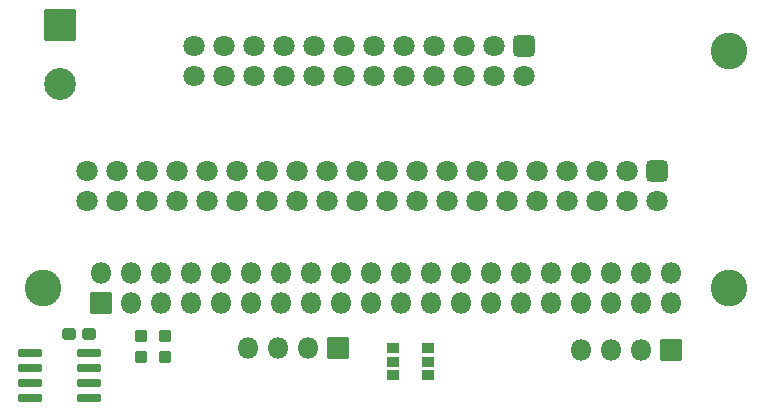
<source format=gbr>
%TF.GenerationSoftware,KiCad,Pcbnew,(6.0.7)*%
%TF.CreationDate,2022-09-08T00:59:07-04:00*%
%TF.ProjectId,Pi_Adapter,50695f41-6461-4707-9465-722e6b696361,v1*%
%TF.SameCoordinates,Original*%
%TF.FileFunction,Soldermask,Top*%
%TF.FilePolarity,Negative*%
%FSLAX46Y46*%
G04 Gerber Fmt 4.6, Leading zero omitted, Abs format (unit mm)*
G04 Created by KiCad (PCBNEW (6.0.7)) date 2022-09-08 00:59:07*
%MOMM*%
%LPD*%
G01*
G04 APERTURE LIST*
G04 Aperture macros list*
%AMRoundRect*
0 Rectangle with rounded corners*
0 $1 Rounding radius*
0 $2 $3 $4 $5 $6 $7 $8 $9 X,Y pos of 4 corners*
0 Add a 4 corners polygon primitive as box body*
4,1,4,$2,$3,$4,$5,$6,$7,$8,$9,$2,$3,0*
0 Add four circle primitives for the rounded corners*
1,1,$1+$1,$2,$3*
1,1,$1+$1,$4,$5*
1,1,$1+$1,$6,$7*
1,1,$1+$1,$8,$9*
0 Add four rect primitives between the rounded corners*
20,1,$1+$1,$2,$3,$4,$5,0*
20,1,$1+$1,$4,$5,$6,$7,0*
20,1,$1+$1,$6,$7,$8,$9,0*
20,1,$1+$1,$8,$9,$2,$3,0*%
G04 Aperture macros list end*
%ADD10RoundRect,0.050000X-0.500000X0.350000X-0.500000X-0.350000X0.500000X-0.350000X0.500000X0.350000X0*%
%ADD11C,3.100000*%
%ADD12RoundRect,0.050000X-1.300000X1.300000X-1.300000X-1.300000X1.300000X-1.300000X1.300000X1.300000X0*%
%ADD13C,2.700000*%
%ADD14RoundRect,0.050000X-0.850000X0.850000X-0.850000X-0.850000X0.850000X-0.850000X0.850000X0.850000X0*%
%ADD15O,1.800000X1.800000*%
%ADD16RoundRect,0.200000X-0.825000X-0.150000X0.825000X-0.150000X0.825000X0.150000X-0.825000X0.150000X0*%
%ADD17RoundRect,0.287500X-0.237500X0.250000X-0.237500X-0.250000X0.237500X-0.250000X0.237500X0.250000X0*%
%ADD18RoundRect,0.287500X0.300000X0.237500X-0.300000X0.237500X-0.300000X-0.237500X0.300000X-0.237500X0*%
%ADD19RoundRect,0.300000X-0.600000X0.600000X-0.600000X-0.600000X0.600000X-0.600000X0.600000X0.600000X0*%
%ADD20C,1.800000*%
G04 APERTURE END LIST*
D10*
%TO.C,JP2*%
X114600000Y-71743000D03*
X114600000Y-70600000D03*
X114600000Y-69457000D03*
%TD*%
%TO.C,JP1*%
X111600000Y-71743000D03*
X111600000Y-70600000D03*
X111600000Y-69457000D03*
%TD*%
D11*
%TO.C,H3*%
X140040000Y-44310000D03*
%TD*%
D12*
%TO.C,J2*%
X83395000Y-42100000D03*
D13*
X83395000Y-47100000D03*
%TD*%
D14*
%TO.C,J6*%
X135200000Y-69625000D03*
D15*
X132660000Y-69625000D03*
X130120000Y-69625000D03*
X127580000Y-69625000D03*
%TD*%
D16*
%TO.C,U1*%
X80925000Y-69845000D03*
X80925000Y-71115000D03*
X80925000Y-72385000D03*
X80925000Y-73655000D03*
X85875000Y-73655000D03*
X85875000Y-72385000D03*
X85875000Y-71115000D03*
X85875000Y-69845000D03*
%TD*%
D17*
%TO.C,R2*%
X92300000Y-70200000D03*
X92300000Y-68375000D03*
%TD*%
%TO.C,R1*%
X90300000Y-68387500D03*
X90300000Y-70212500D03*
%TD*%
D18*
%TO.C,C1*%
X85912500Y-68250000D03*
X84187500Y-68250000D03*
%TD*%
D19*
%TO.C,J5*%
X122700000Y-43850000D03*
D20*
X122700000Y-46390000D03*
X120160000Y-43850000D03*
X120160000Y-46390000D03*
X117620000Y-43850000D03*
X117620000Y-46390000D03*
X115080000Y-43850000D03*
X115080000Y-46390000D03*
X112540000Y-43850000D03*
X112540000Y-46390000D03*
X110000000Y-43850000D03*
X110000000Y-46390000D03*
X107460000Y-43850000D03*
X107460000Y-46390000D03*
X104920000Y-43850000D03*
X104920000Y-46390000D03*
X102380000Y-43850000D03*
X102380000Y-46390000D03*
X99840000Y-43850000D03*
X99840000Y-46390000D03*
X97300000Y-43850000D03*
X97300000Y-46390000D03*
X94760000Y-43850000D03*
X94760000Y-46390000D03*
%TD*%
D19*
%TO.C,J4*%
X134000000Y-54400000D03*
D20*
X134000000Y-56940000D03*
X131460000Y-54400000D03*
X131460000Y-56940000D03*
X128920000Y-54400000D03*
X128920000Y-56940000D03*
X126380000Y-54400000D03*
X126380000Y-56940000D03*
X123840000Y-54400000D03*
X123840000Y-56940000D03*
X121300000Y-54400000D03*
X121300000Y-56940000D03*
X118760000Y-54400000D03*
X118760000Y-56940000D03*
X116220000Y-54400000D03*
X116220000Y-56940000D03*
X113680000Y-54400000D03*
X113680000Y-56940000D03*
X111140000Y-54400000D03*
X111140000Y-56940000D03*
X108600000Y-54400000D03*
X108600000Y-56940000D03*
X106060000Y-54400000D03*
X106060000Y-56940000D03*
X103520000Y-54400000D03*
X103520000Y-56940000D03*
X100980000Y-54400000D03*
X100980000Y-56940000D03*
X98440000Y-54400000D03*
X98440000Y-56940000D03*
X95900000Y-54400000D03*
X95900000Y-56940000D03*
X93360000Y-54400000D03*
X93360000Y-56940000D03*
X90820000Y-54400000D03*
X90820000Y-56940000D03*
X88280000Y-54400000D03*
X88280000Y-56940000D03*
X85740000Y-54400000D03*
X85740000Y-56940000D03*
%TD*%
D15*
%TO.C,J3*%
X99380000Y-69400000D03*
X101920000Y-69400000D03*
X104460000Y-69400000D03*
D14*
X107000000Y-69400000D03*
%TD*%
D11*
%TO.C,H2*%
X140040000Y-64310000D03*
%TD*%
%TO.C,H1*%
X82040000Y-64310000D03*
%TD*%
D15*
%TO.C,J1*%
X135180000Y-63050000D03*
X135180000Y-65590000D03*
X132640000Y-63050000D03*
X132640000Y-65590000D03*
X130100000Y-63050000D03*
X130100000Y-65590000D03*
X127560000Y-63050000D03*
X127560000Y-65590000D03*
X125020000Y-63050000D03*
X125020000Y-65590000D03*
X122480000Y-63050000D03*
X122480000Y-65590000D03*
X119940000Y-63050000D03*
X119940000Y-65590000D03*
X117400000Y-63050000D03*
X117400000Y-65590000D03*
X114860000Y-63050000D03*
X114860000Y-65590000D03*
X112320000Y-63050000D03*
X112320000Y-65590000D03*
X109780000Y-63050000D03*
X109780000Y-65590000D03*
X107240000Y-63050000D03*
X107240000Y-65590000D03*
X104700000Y-63050000D03*
X104700000Y-65590000D03*
X102160000Y-63050000D03*
X102160000Y-65590000D03*
X99620000Y-63050000D03*
X99620000Y-65590000D03*
X97080000Y-63050000D03*
X97080000Y-65590000D03*
X94540000Y-63050000D03*
X94540000Y-65590000D03*
X92000000Y-63050000D03*
X92000000Y-65590000D03*
X89460000Y-63050000D03*
X89460000Y-65590000D03*
X86920000Y-63050000D03*
D14*
X86920000Y-65590000D03*
%TD*%
M02*

</source>
